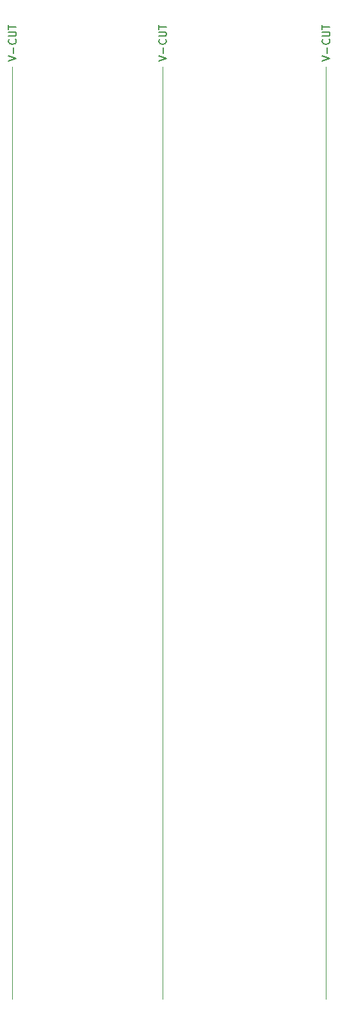
<source format=gbr>
G04 #@! TF.GenerationSoftware,KiCad,Pcbnew,8.0.4*
G04 #@! TF.CreationDate,2024-12-12T19:44:17+01:00*
G04 #@! TF.ProjectId,Combined_Module_Panel,436f6d62-696e-4656-945f-4d6f64756c65,rev?*
G04 #@! TF.SameCoordinates,Original*
G04 #@! TF.FileFunction,Other,User*
%FSLAX46Y46*%
G04 Gerber Fmt 4.6, Leading zero omitted, Abs format (unit mm)*
G04 Created by KiCad (PCBNEW 8.0.4) date 2024-12-12 19:44:17*
%MOMM*%
%LPD*%
G01*
G04 APERTURE LIST*
%ADD10C,0.100000*%
%ADD11C,0.150000*%
G04 APERTURE END LIST*
D10*
X112584250Y-34086000D02*
X112584250Y-157075000D01*
X154054162Y-34086000D02*
X154054162Y-157075000D01*
X132446000Y-157075000D02*
X132446000Y-34086000D01*
D11*
X112099907Y-33306077D02*
X113099907Y-32972744D01*
X113099907Y-32972744D02*
X112099907Y-32639411D01*
X112718954Y-32306077D02*
X112718954Y-31544173D01*
X113004668Y-30496554D02*
X113052288Y-30544173D01*
X113052288Y-30544173D02*
X113099907Y-30687030D01*
X113099907Y-30687030D02*
X113099907Y-30782268D01*
X113099907Y-30782268D02*
X113052288Y-30925125D01*
X113052288Y-30925125D02*
X112957049Y-31020363D01*
X112957049Y-31020363D02*
X112861811Y-31067982D01*
X112861811Y-31067982D02*
X112671335Y-31115601D01*
X112671335Y-31115601D02*
X112528478Y-31115601D01*
X112528478Y-31115601D02*
X112338002Y-31067982D01*
X112338002Y-31067982D02*
X112242764Y-31020363D01*
X112242764Y-31020363D02*
X112147526Y-30925125D01*
X112147526Y-30925125D02*
X112099907Y-30782268D01*
X112099907Y-30782268D02*
X112099907Y-30687030D01*
X112099907Y-30687030D02*
X112147526Y-30544173D01*
X112147526Y-30544173D02*
X112195145Y-30496554D01*
X112099907Y-30067982D02*
X112909430Y-30067982D01*
X112909430Y-30067982D02*
X113004668Y-30020363D01*
X113004668Y-30020363D02*
X113052288Y-29972744D01*
X113052288Y-29972744D02*
X113099907Y-29877506D01*
X113099907Y-29877506D02*
X113099907Y-29687030D01*
X113099907Y-29687030D02*
X113052288Y-29591792D01*
X113052288Y-29591792D02*
X113004668Y-29544173D01*
X113004668Y-29544173D02*
X112909430Y-29496554D01*
X112909430Y-29496554D02*
X112099907Y-29496554D01*
X112099907Y-29163220D02*
X112099907Y-28591792D01*
X113099907Y-28877506D02*
X112099907Y-28877506D01*
X153569819Y-33306077D02*
X154569819Y-32972744D01*
X154569819Y-32972744D02*
X153569819Y-32639411D01*
X154188866Y-32306077D02*
X154188866Y-31544173D01*
X154474580Y-30496554D02*
X154522200Y-30544173D01*
X154522200Y-30544173D02*
X154569819Y-30687030D01*
X154569819Y-30687030D02*
X154569819Y-30782268D01*
X154569819Y-30782268D02*
X154522200Y-30925125D01*
X154522200Y-30925125D02*
X154426961Y-31020363D01*
X154426961Y-31020363D02*
X154331723Y-31067982D01*
X154331723Y-31067982D02*
X154141247Y-31115601D01*
X154141247Y-31115601D02*
X153998390Y-31115601D01*
X153998390Y-31115601D02*
X153807914Y-31067982D01*
X153807914Y-31067982D02*
X153712676Y-31020363D01*
X153712676Y-31020363D02*
X153617438Y-30925125D01*
X153617438Y-30925125D02*
X153569819Y-30782268D01*
X153569819Y-30782268D02*
X153569819Y-30687030D01*
X153569819Y-30687030D02*
X153617438Y-30544173D01*
X153617438Y-30544173D02*
X153665057Y-30496554D01*
X153569819Y-30067982D02*
X154379342Y-30067982D01*
X154379342Y-30067982D02*
X154474580Y-30020363D01*
X154474580Y-30020363D02*
X154522200Y-29972744D01*
X154522200Y-29972744D02*
X154569819Y-29877506D01*
X154569819Y-29877506D02*
X154569819Y-29687030D01*
X154569819Y-29687030D02*
X154522200Y-29591792D01*
X154522200Y-29591792D02*
X154474580Y-29544173D01*
X154474580Y-29544173D02*
X154379342Y-29496554D01*
X154379342Y-29496554D02*
X153569819Y-29496554D01*
X153569819Y-29163220D02*
X153569819Y-28591792D01*
X154569819Y-28877506D02*
X153569819Y-28877506D01*
X131961657Y-33306077D02*
X132961657Y-32972744D01*
X132961657Y-32972744D02*
X131961657Y-32639411D01*
X132580704Y-32306077D02*
X132580704Y-31544173D01*
X132866418Y-30496554D02*
X132914038Y-30544173D01*
X132914038Y-30544173D02*
X132961657Y-30687030D01*
X132961657Y-30687030D02*
X132961657Y-30782268D01*
X132961657Y-30782268D02*
X132914038Y-30925125D01*
X132914038Y-30925125D02*
X132818799Y-31020363D01*
X132818799Y-31020363D02*
X132723561Y-31067982D01*
X132723561Y-31067982D02*
X132533085Y-31115601D01*
X132533085Y-31115601D02*
X132390228Y-31115601D01*
X132390228Y-31115601D02*
X132199752Y-31067982D01*
X132199752Y-31067982D02*
X132104514Y-31020363D01*
X132104514Y-31020363D02*
X132009276Y-30925125D01*
X132009276Y-30925125D02*
X131961657Y-30782268D01*
X131961657Y-30782268D02*
X131961657Y-30687030D01*
X131961657Y-30687030D02*
X132009276Y-30544173D01*
X132009276Y-30544173D02*
X132056895Y-30496554D01*
X131961657Y-30067982D02*
X132771180Y-30067982D01*
X132771180Y-30067982D02*
X132866418Y-30020363D01*
X132866418Y-30020363D02*
X132914038Y-29972744D01*
X132914038Y-29972744D02*
X132961657Y-29877506D01*
X132961657Y-29877506D02*
X132961657Y-29687030D01*
X132961657Y-29687030D02*
X132914038Y-29591792D01*
X132914038Y-29591792D02*
X132866418Y-29544173D01*
X132866418Y-29544173D02*
X132771180Y-29496554D01*
X132771180Y-29496554D02*
X131961657Y-29496554D01*
X131961657Y-29163220D02*
X131961657Y-28591792D01*
X132961657Y-28877506D02*
X131961657Y-28877506D01*
M02*

</source>
